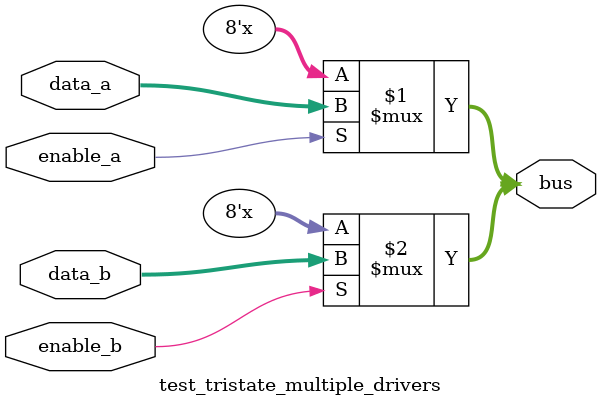
<source format=v>

module test_tristate_multiple_drivers(
  input [7:0] data_a,
  input [7:0] data_b,
  input enable_a,
  input enable_b,
  output wire [7:0] bus
);
  // Two drivers on same bus - should resolve based on enables
  assign bus = enable_a ? data_a : 8'bz;
  assign bus = enable_b ? data_b : 8'bz;
endmodule

</source>
